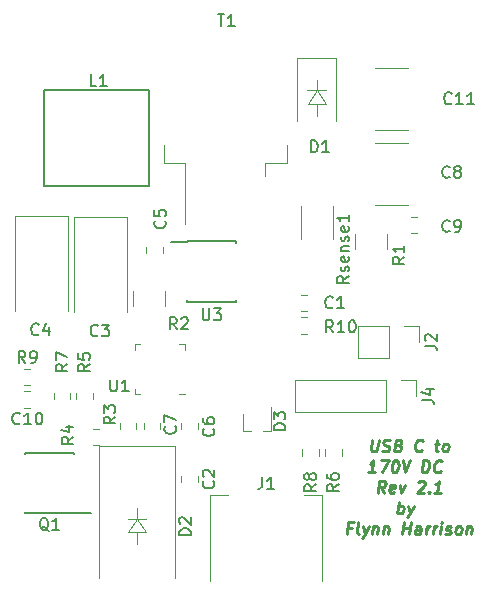
<source format=gto>
G04 #@! TF.GenerationSoftware,KiCad,Pcbnew,(5.0.0)*
G04 #@! TF.CreationDate,2018-10-04T02:53:50+10:00*
G04 #@! TF.ProjectId,usbPdTo180vdc,7573625064546F3138307664632E6B69,1*
G04 #@! TF.SameCoordinates,Original*
G04 #@! TF.FileFunction,Legend,Top*
G04 #@! TF.FilePolarity,Positive*
%FSLAX46Y46*%
G04 Gerber Fmt 4.6, Leading zero omitted, Abs format (unit mm)*
G04 Created by KiCad (PCBNEW (5.0.0)) date 10/04/18 02:53:50*
%MOMM*%
%LPD*%
G01*
G04 APERTURE LIST*
%ADD10C,0.250000*%
%ADD11C,0.120000*%
%ADD12C,0.100000*%
%ADD13C,0.150000*%
G04 APERTURE END LIST*
D10*
X145649785Y-105045380D02*
X145548594Y-105854904D01*
X145584308Y-105950142D01*
X145625975Y-105997761D01*
X145715261Y-106045380D01*
X145905737Y-106045380D01*
X146006927Y-105997761D01*
X146060499Y-105950142D01*
X146120023Y-105854904D01*
X146221213Y-105045380D01*
X146530737Y-105997761D02*
X146667642Y-106045380D01*
X146905737Y-106045380D01*
X147006927Y-105997761D01*
X147060499Y-105950142D01*
X147120023Y-105854904D01*
X147131927Y-105759666D01*
X147096213Y-105664428D01*
X147054547Y-105616809D01*
X146965261Y-105569190D01*
X146780737Y-105521571D01*
X146691451Y-105473952D01*
X146649785Y-105426333D01*
X146614070Y-105331095D01*
X146625975Y-105235857D01*
X146685499Y-105140619D01*
X146739070Y-105093000D01*
X146840261Y-105045380D01*
X147078356Y-105045380D01*
X147215261Y-105093000D01*
X147923594Y-105521571D02*
X148060499Y-105569190D01*
X148102166Y-105616809D01*
X148137880Y-105712047D01*
X148120023Y-105854904D01*
X148060499Y-105950142D01*
X148006927Y-105997761D01*
X147905737Y-106045380D01*
X147524785Y-106045380D01*
X147649785Y-105045380D01*
X147983118Y-105045380D01*
X148072404Y-105093000D01*
X148114070Y-105140619D01*
X148149785Y-105235857D01*
X148137880Y-105331095D01*
X148078356Y-105426333D01*
X148024785Y-105473952D01*
X147923594Y-105521571D01*
X147590261Y-105521571D01*
X149870023Y-105950142D02*
X149816451Y-105997761D01*
X149667642Y-106045380D01*
X149572404Y-106045380D01*
X149435499Y-105997761D01*
X149352166Y-105902523D01*
X149316451Y-105807285D01*
X149292642Y-105616809D01*
X149310499Y-105473952D01*
X149381927Y-105283476D01*
X149441451Y-105188238D01*
X149548594Y-105093000D01*
X149697404Y-105045380D01*
X149792642Y-105045380D01*
X149929547Y-105093000D01*
X149971213Y-105140619D01*
X150989070Y-105378714D02*
X151370023Y-105378714D01*
X151173594Y-105045380D02*
X151066451Y-105902523D01*
X151102166Y-105997761D01*
X151191451Y-106045380D01*
X151286689Y-106045380D01*
X151762880Y-106045380D02*
X151673594Y-105997761D01*
X151631927Y-105950142D01*
X151596213Y-105854904D01*
X151631927Y-105569190D01*
X151691451Y-105473952D01*
X151745023Y-105426333D01*
X151846213Y-105378714D01*
X151989070Y-105378714D01*
X152078356Y-105426333D01*
X152120023Y-105473952D01*
X152155737Y-105569190D01*
X152120023Y-105854904D01*
X152060499Y-105950142D01*
X152006927Y-105997761D01*
X151905737Y-106045380D01*
X151762880Y-106045380D01*
X145929547Y-107795380D02*
X145358118Y-107795380D01*
X145643832Y-107795380D02*
X145768832Y-106795380D01*
X145655737Y-106938238D01*
X145548594Y-107033476D01*
X145447404Y-107081095D01*
X146387880Y-106795380D02*
X147054547Y-106795380D01*
X146500975Y-107795380D01*
X147625975Y-106795380D02*
X147721213Y-106795380D01*
X147810499Y-106843000D01*
X147852166Y-106890619D01*
X147887880Y-106985857D01*
X147911689Y-107176333D01*
X147881927Y-107414428D01*
X147810499Y-107604904D01*
X147750975Y-107700142D01*
X147697404Y-107747761D01*
X147596213Y-107795380D01*
X147500975Y-107795380D01*
X147411689Y-107747761D01*
X147370023Y-107700142D01*
X147334308Y-107604904D01*
X147310499Y-107414428D01*
X147340261Y-107176333D01*
X147411689Y-106985857D01*
X147471213Y-106890619D01*
X147524785Y-106843000D01*
X147625975Y-106795380D01*
X148245023Y-106795380D02*
X148453356Y-107795380D01*
X148911689Y-106795380D01*
X149881927Y-107795380D02*
X150006927Y-106795380D01*
X150245023Y-106795380D01*
X150381927Y-106843000D01*
X150465261Y-106938238D01*
X150500975Y-107033476D01*
X150524785Y-107223952D01*
X150506927Y-107366809D01*
X150435499Y-107557285D01*
X150375975Y-107652523D01*
X150268832Y-107747761D01*
X150120023Y-107795380D01*
X149881927Y-107795380D01*
X151465261Y-107700142D02*
X151411689Y-107747761D01*
X151262880Y-107795380D01*
X151167642Y-107795380D01*
X151030737Y-107747761D01*
X150947404Y-107652523D01*
X150911689Y-107557285D01*
X150887880Y-107366809D01*
X150905737Y-107223952D01*
X150977166Y-107033476D01*
X151036689Y-106938238D01*
X151143832Y-106843000D01*
X151292642Y-106795380D01*
X151387880Y-106795380D01*
X151524785Y-106843000D01*
X151566451Y-106890619D01*
X146715261Y-109545380D02*
X146441451Y-109069190D01*
X146143832Y-109545380D02*
X146268832Y-108545380D01*
X146649785Y-108545380D01*
X146739070Y-108593000D01*
X146780737Y-108640619D01*
X146816451Y-108735857D01*
X146798594Y-108878714D01*
X146739070Y-108973952D01*
X146685499Y-109021571D01*
X146584308Y-109069190D01*
X146203356Y-109069190D01*
X147530737Y-109497761D02*
X147429547Y-109545380D01*
X147239070Y-109545380D01*
X147149785Y-109497761D01*
X147114070Y-109402523D01*
X147161689Y-109021571D01*
X147221213Y-108926333D01*
X147322404Y-108878714D01*
X147512880Y-108878714D01*
X147602166Y-108926333D01*
X147637880Y-109021571D01*
X147625975Y-109116809D01*
X147137880Y-109212047D01*
X147989070Y-108878714D02*
X148143832Y-109545380D01*
X148465261Y-108878714D01*
X149590261Y-108640619D02*
X149643832Y-108593000D01*
X149745023Y-108545380D01*
X149983118Y-108545380D01*
X150072404Y-108593000D01*
X150114070Y-108640619D01*
X150149785Y-108735857D01*
X150137880Y-108831095D01*
X150072404Y-108973952D01*
X149429547Y-109545380D01*
X150048594Y-109545380D01*
X150489070Y-109450142D02*
X150530737Y-109497761D01*
X150477166Y-109545380D01*
X150435499Y-109497761D01*
X150489070Y-109450142D01*
X150477166Y-109545380D01*
X151477166Y-109545380D02*
X150905737Y-109545380D01*
X151191451Y-109545380D02*
X151316451Y-108545380D01*
X151203356Y-108688238D01*
X151096213Y-108783476D01*
X150995023Y-108831095D01*
X147810499Y-111295380D02*
X147935499Y-110295380D01*
X147887880Y-110676333D02*
X147989070Y-110628714D01*
X148179547Y-110628714D01*
X148268832Y-110676333D01*
X148310499Y-110723952D01*
X148346213Y-110819190D01*
X148310499Y-111104904D01*
X148250975Y-111200142D01*
X148197404Y-111247761D01*
X148096213Y-111295380D01*
X147905737Y-111295380D01*
X147816451Y-111247761D01*
X148703356Y-110628714D02*
X148858118Y-111295380D01*
X149179547Y-110628714D02*
X148858118Y-111295380D01*
X148733118Y-111533476D01*
X148679547Y-111581095D01*
X148578356Y-111628714D01*
X143923594Y-112521571D02*
X143590261Y-112521571D01*
X143524785Y-113045380D02*
X143649785Y-112045380D01*
X144125975Y-112045380D01*
X144524785Y-113045380D02*
X144435499Y-112997761D01*
X144399785Y-112902523D01*
X144506927Y-112045380D01*
X144893832Y-112378714D02*
X145048594Y-113045380D01*
X145370023Y-112378714D02*
X145048594Y-113045380D01*
X144923594Y-113283476D01*
X144870023Y-113331095D01*
X144768832Y-113378714D01*
X145750975Y-112378714D02*
X145667642Y-113045380D01*
X145739070Y-112473952D02*
X145792642Y-112426333D01*
X145893832Y-112378714D01*
X146036689Y-112378714D01*
X146125975Y-112426333D01*
X146161689Y-112521571D01*
X146096213Y-113045380D01*
X146655737Y-112378714D02*
X146572404Y-113045380D01*
X146643832Y-112473952D02*
X146697404Y-112426333D01*
X146798594Y-112378714D01*
X146941451Y-112378714D01*
X147030737Y-112426333D01*
X147066451Y-112521571D01*
X147000975Y-113045380D01*
X148239070Y-113045380D02*
X148364070Y-112045380D01*
X148304547Y-112521571D02*
X148875975Y-112521571D01*
X148810499Y-113045380D02*
X148935499Y-112045380D01*
X149715261Y-113045380D02*
X149780737Y-112521571D01*
X149745023Y-112426333D01*
X149655737Y-112378714D01*
X149465261Y-112378714D01*
X149364070Y-112426333D01*
X149721213Y-112997761D02*
X149620023Y-113045380D01*
X149381927Y-113045380D01*
X149292642Y-112997761D01*
X149256927Y-112902523D01*
X149268832Y-112807285D01*
X149328356Y-112712047D01*
X149429547Y-112664428D01*
X149667642Y-112664428D01*
X149768832Y-112616809D01*
X150191451Y-113045380D02*
X150274785Y-112378714D01*
X150250975Y-112569190D02*
X150310499Y-112473952D01*
X150364070Y-112426333D01*
X150465261Y-112378714D01*
X150560499Y-112378714D01*
X150810499Y-113045380D02*
X150893832Y-112378714D01*
X150870023Y-112569190D02*
X150929547Y-112473952D01*
X150983118Y-112426333D01*
X151084308Y-112378714D01*
X151179547Y-112378714D01*
X151429547Y-113045380D02*
X151512880Y-112378714D01*
X151554547Y-112045380D02*
X151500975Y-112093000D01*
X151542642Y-112140619D01*
X151596213Y-112093000D01*
X151554547Y-112045380D01*
X151542642Y-112140619D01*
X151864070Y-112997761D02*
X151953356Y-113045380D01*
X152143832Y-113045380D01*
X152245023Y-112997761D01*
X152304547Y-112902523D01*
X152310499Y-112854904D01*
X152274785Y-112759666D01*
X152185499Y-112712047D01*
X152042642Y-112712047D01*
X151953356Y-112664428D01*
X151917642Y-112569190D01*
X151923594Y-112521571D01*
X151983118Y-112426333D01*
X152084308Y-112378714D01*
X152227166Y-112378714D01*
X152316451Y-112426333D01*
X152858118Y-113045380D02*
X152768832Y-112997761D01*
X152727166Y-112950142D01*
X152691451Y-112854904D01*
X152727166Y-112569190D01*
X152786689Y-112473952D01*
X152840261Y-112426333D01*
X152941451Y-112378714D01*
X153084308Y-112378714D01*
X153173594Y-112426333D01*
X153215261Y-112473952D01*
X153250975Y-112569190D01*
X153215261Y-112854904D01*
X153155737Y-112950142D01*
X153102166Y-112997761D01*
X153000975Y-113045380D01*
X152858118Y-113045380D01*
X153703356Y-112378714D02*
X153620023Y-113045380D01*
X153691451Y-112473952D02*
X153745023Y-112426333D01*
X153846213Y-112378714D01*
X153989070Y-112378714D01*
X154078356Y-112426333D01*
X154114070Y-112521571D01*
X154048594Y-113045380D01*
D11*
G04 #@! TO.C,D1*
X142620000Y-72705000D02*
X142620000Y-78105000D01*
X139320000Y-72705000D02*
X139320000Y-78105000D01*
D12*
X140968980Y-75455560D02*
X141769080Y-76606180D01*
X140968980Y-75455560D02*
X140219680Y-76606180D01*
X140219680Y-76606180D02*
X141769080Y-76606180D01*
X141769080Y-75455560D02*
X140168880Y-75455560D01*
X140968980Y-76606180D02*
X140968980Y-77604400D01*
X140968980Y-75455560D02*
X140968980Y-74553860D01*
D11*
X142620000Y-72705000D02*
X139320000Y-72705000D01*
G04 #@! TO.C,D2*
X122512091Y-105599573D02*
X129012091Y-105599573D01*
D12*
X125761071Y-111750133D02*
X125761071Y-110848433D01*
X125761071Y-112900753D02*
X125761071Y-113898973D01*
X126561171Y-111750133D02*
X124960971Y-111750133D01*
X125011771Y-112900753D02*
X126561171Y-112900753D01*
X125761071Y-111750133D02*
X125011771Y-112900753D01*
X125761071Y-111750133D02*
X126561171Y-112900753D01*
D11*
X122512091Y-105599573D02*
X122512091Y-116799573D01*
X129012091Y-105599573D02*
X129012091Y-116799573D01*
G04 #@! TO.C,J1*
X131942091Y-109759573D02*
X133442091Y-109759573D01*
X131942091Y-109759573D02*
X131942091Y-117019573D01*
X141442091Y-109759573D02*
X141442091Y-117019573D01*
X139942091Y-109759573D02*
X141442091Y-109759573D01*
G04 #@! TO.C,C1*
X139646922Y-92762000D02*
X140164078Y-92762000D01*
X139646922Y-94182000D02*
X140164078Y-94182000D01*
G04 #@! TO.C,C2*
X129497091Y-108128321D02*
X129497091Y-108650825D01*
X130917091Y-108128321D02*
X130917091Y-108650825D01*
G04 #@! TO.C,C3*
X120422000Y-86203500D02*
X120422000Y-94263500D01*
X124942000Y-86203500D02*
X120422000Y-86203500D01*
X124942000Y-94263500D02*
X124942000Y-86203500D01*
G04 #@! TO.C,C4*
X119924107Y-94162515D02*
X119924107Y-86102515D01*
X119924107Y-86102515D02*
X115404107Y-86102515D01*
X115404107Y-86102515D02*
X115404107Y-94162515D01*
G04 #@! TO.C,C5*
X127964000Y-89237078D02*
X127964000Y-88719922D01*
X126544000Y-89237078D02*
X126544000Y-88719922D01*
G04 #@! TO.C,C6*
X130917091Y-103598495D02*
X130917091Y-104115651D01*
X129497091Y-103598495D02*
X129497091Y-104115651D01*
G04 #@! TO.C,C7*
X126322091Y-103598495D02*
X126322091Y-104115651D01*
X127742091Y-103598495D02*
X127742091Y-104115651D01*
G04 #@! TO.C,C8*
X145914252Y-79940000D02*
X148745748Y-79940000D01*
X145914252Y-85160000D02*
X148745748Y-85160000D01*
G04 #@! TO.C,C9*
X148966422Y-87578000D02*
X149483578Y-87578000D01*
X148966422Y-86158000D02*
X149483578Y-86158000D01*
G04 #@! TO.C,C10*
X116738169Y-100939573D02*
X116221013Y-100939573D01*
X116738169Y-102359573D02*
X116221013Y-102359573D01*
G04 #@! TO.C,C11*
X145914252Y-78810000D02*
X148745748Y-78810000D01*
X145914252Y-73590000D02*
X148745748Y-73590000D01*
G04 #@! TO.C,D3*
X134762091Y-102874573D02*
X134762091Y-104284573D01*
X137082091Y-104284573D02*
X137082091Y-102254573D01*
X137082091Y-104284573D02*
X136422091Y-104284573D01*
X135422091Y-104284573D02*
X134762091Y-104284573D01*
D13*
G04 #@! TO.C,L1*
X117918107Y-83590015D02*
X117918107Y-75716015D01*
X117918107Y-75462015D02*
X117918107Y-75716015D01*
X117918107Y-75716015D02*
X117918107Y-75462015D01*
X117918107Y-75462015D02*
X126808107Y-75462015D01*
X126808107Y-75462015D02*
X126808107Y-83590015D01*
X126808107Y-83590015D02*
X117918107Y-83590015D01*
X117918107Y-83590015D02*
X126808107Y-83590015D01*
X126808107Y-83590015D02*
X126554107Y-83590015D01*
D11*
G04 #@! TO.C,R1*
X146902000Y-87659936D02*
X146902000Y-88864064D01*
X144182000Y-87659936D02*
X144182000Y-88864064D01*
G04 #@! TO.C,R2*
X125386000Y-92485936D02*
X125386000Y-93690064D01*
X128106000Y-92485936D02*
X128106000Y-93690064D01*
G04 #@! TO.C,R3*
X124290091Y-104115651D02*
X124290091Y-103598495D01*
X125710091Y-104115651D02*
X125710091Y-103598495D01*
G04 #@! TO.C,R4*
X122513169Y-105534573D02*
X121996013Y-105534573D01*
X122513169Y-104114573D02*
X121996013Y-104114573D01*
G04 #@! TO.C,R5*
X122027091Y-101605651D02*
X122027091Y-101088495D01*
X120607091Y-101605651D02*
X120607091Y-101088495D01*
G04 #@! TO.C,R6*
X143093259Y-106387545D02*
X143093259Y-105870389D01*
X141673259Y-106387545D02*
X141673259Y-105870389D01*
G04 #@! TO.C,R7*
X118702091Y-101605651D02*
X118702091Y-101088495D01*
X120122091Y-101605651D02*
X120122091Y-101088495D01*
G04 #@! TO.C,R8*
X141188259Y-106387545D02*
X141188259Y-105870389D01*
X139768259Y-106387545D02*
X139768259Y-105870389D01*
G04 #@! TO.C,R9*
X116221013Y-100454573D02*
X116738169Y-100454573D01*
X116221013Y-99034573D02*
X116738169Y-99034573D01*
G04 #@! TO.C,Rsense1*
X142330000Y-85247936D02*
X142330000Y-88052064D01*
X139610000Y-85247936D02*
X139610000Y-88052064D01*
G04 #@! TO.C,T1*
X128041839Y-80128600D02*
X128041839Y-81628600D01*
X128041839Y-81628600D02*
X129851839Y-81628600D01*
X129851839Y-81628600D02*
X129851839Y-86753600D01*
X138441839Y-80128600D02*
X138441839Y-81628600D01*
X138441839Y-81628600D02*
X136631839Y-81628600D01*
X136631839Y-81628600D02*
X136631839Y-82728600D01*
G04 #@! TO.C,U1*
X129317091Y-101204573D02*
X129792091Y-101204573D01*
X125572091Y-96984573D02*
X125572091Y-97459573D01*
X126047091Y-96984573D02*
X125572091Y-96984573D01*
X129792091Y-96984573D02*
X129792091Y-97459573D01*
X129317091Y-96984573D02*
X129792091Y-96984573D01*
X125572091Y-101204573D02*
X125572091Y-100729573D01*
X126047091Y-101204573D02*
X125572091Y-101204573D01*
G04 #@! TO.C,R10*
X139646922Y-94667000D02*
X140164078Y-94667000D01*
X139646922Y-96087000D02*
X140164078Y-96087000D01*
G04 #@! TO.C,J4*
X139132000Y-100016000D02*
X139132000Y-102676000D01*
X146812000Y-100016000D02*
X139132000Y-100016000D01*
X146812000Y-102676000D02*
X139132000Y-102676000D01*
X146812000Y-100016000D02*
X146812000Y-102676000D01*
X148082000Y-100016000D02*
X149412000Y-100016000D01*
X149412000Y-100016000D02*
X149412000Y-101346000D01*
G04 #@! TO.C,J2*
X144466000Y-95444000D02*
X144466000Y-98104000D01*
X147066000Y-95444000D02*
X144466000Y-95444000D01*
X147066000Y-98104000D02*
X144466000Y-98104000D01*
X147066000Y-95444000D02*
X147066000Y-98104000D01*
X148336000Y-95444000D02*
X149666000Y-95444000D01*
X149666000Y-95444000D02*
X149666000Y-96774000D01*
D13*
G04 #@! TO.C,Q1*
X120439000Y-111237000D02*
X121839000Y-111237000D01*
X120439000Y-106137000D02*
X116289000Y-106137000D01*
X120439000Y-111287000D02*
X116289000Y-111287000D01*
X120439000Y-106137000D02*
X120439000Y-106282000D01*
X116289000Y-106137000D02*
X116289000Y-106282000D01*
X116289000Y-111287000D02*
X116289000Y-111142000D01*
X120439000Y-111287000D02*
X120439000Y-111237000D01*
G04 #@! TO.C,U3*
X130005000Y-88230000D02*
X130005000Y-88280000D01*
X134155000Y-88230000D02*
X134155000Y-88375000D01*
X134155000Y-93380000D02*
X134155000Y-93235000D01*
X130005000Y-93380000D02*
X130005000Y-93235000D01*
X130005000Y-88230000D02*
X134155000Y-88230000D01*
X130005000Y-93380000D02*
X134155000Y-93380000D01*
X130005000Y-88280000D02*
X128605000Y-88280000D01*
G04 #@! TO.C,D1*
X140485904Y-80716380D02*
X140485904Y-79716380D01*
X140724000Y-79716380D01*
X140866857Y-79764000D01*
X140962095Y-79859238D01*
X141009714Y-79954476D01*
X141057333Y-80144952D01*
X141057333Y-80287809D01*
X141009714Y-80478285D01*
X140962095Y-80573523D01*
X140866857Y-80668761D01*
X140724000Y-80716380D01*
X140485904Y-80716380D01*
X142009714Y-80716380D02*
X141438285Y-80716380D01*
X141724000Y-80716380D02*
X141724000Y-79716380D01*
X141628761Y-79859238D01*
X141533523Y-79954476D01*
X141438285Y-80002095D01*
G04 #@! TO.C,D2*
X130314471Y-113137668D02*
X129314471Y-113137668D01*
X129314471Y-112899573D01*
X129362091Y-112756715D01*
X129457329Y-112661477D01*
X129552567Y-112613858D01*
X129743043Y-112566239D01*
X129885900Y-112566239D01*
X130076376Y-112613858D01*
X130171614Y-112661477D01*
X130266852Y-112756715D01*
X130314471Y-112899573D01*
X130314471Y-113137668D01*
X129409710Y-112185287D02*
X129362091Y-112137668D01*
X129314471Y-112042430D01*
X129314471Y-111804334D01*
X129362091Y-111709096D01*
X129409710Y-111661477D01*
X129504948Y-111613858D01*
X129600186Y-111613858D01*
X129743043Y-111661477D01*
X130314471Y-112232906D01*
X130314471Y-111613858D01*
G04 #@! TO.C,J1*
X136358757Y-108221953D02*
X136358757Y-108936239D01*
X136311138Y-109079096D01*
X136215900Y-109174334D01*
X136073043Y-109221953D01*
X135977805Y-109221953D01*
X137358757Y-109221953D02*
X136787329Y-109221953D01*
X137073043Y-109221953D02*
X137073043Y-108221953D01*
X136977805Y-108364811D01*
X136882567Y-108460049D01*
X136787329Y-108507668D01*
G04 #@! TO.C,C1*
X142327333Y-93829142D02*
X142279714Y-93876761D01*
X142136857Y-93924380D01*
X142041619Y-93924380D01*
X141898761Y-93876761D01*
X141803523Y-93781523D01*
X141755904Y-93686285D01*
X141708285Y-93495809D01*
X141708285Y-93352952D01*
X141755904Y-93162476D01*
X141803523Y-93067238D01*
X141898761Y-92972000D01*
X142041619Y-92924380D01*
X142136857Y-92924380D01*
X142279714Y-92972000D01*
X142327333Y-93019619D01*
X143279714Y-93924380D02*
X142708285Y-93924380D01*
X142994000Y-93924380D02*
X142994000Y-92924380D01*
X142898761Y-93067238D01*
X142803523Y-93162476D01*
X142708285Y-93210095D01*
G04 #@! TO.C,C2*
X132214233Y-108556239D02*
X132261852Y-108603858D01*
X132309471Y-108746715D01*
X132309471Y-108841953D01*
X132261852Y-108984811D01*
X132166614Y-109080049D01*
X132071376Y-109127668D01*
X131880900Y-109175287D01*
X131738043Y-109175287D01*
X131547567Y-109127668D01*
X131452329Y-109080049D01*
X131357091Y-108984811D01*
X131309471Y-108841953D01*
X131309471Y-108746715D01*
X131357091Y-108603858D01*
X131404710Y-108556239D01*
X131404710Y-108175287D02*
X131357091Y-108127668D01*
X131309471Y-108032430D01*
X131309471Y-107794334D01*
X131357091Y-107699096D01*
X131404710Y-107651477D01*
X131499948Y-107603858D01*
X131595186Y-107603858D01*
X131738043Y-107651477D01*
X132309471Y-108222906D01*
X132309471Y-107603858D01*
G04 #@! TO.C,C3*
X122453226Y-96216127D02*
X122405607Y-96263746D01*
X122262750Y-96311365D01*
X122167512Y-96311365D01*
X122024654Y-96263746D01*
X121929416Y-96168508D01*
X121881797Y-96073270D01*
X121834178Y-95882794D01*
X121834178Y-95739937D01*
X121881797Y-95549461D01*
X121929416Y-95454223D01*
X122024654Y-95358985D01*
X122167512Y-95311365D01*
X122262750Y-95311365D01*
X122405607Y-95358985D01*
X122453226Y-95406604D01*
X122786559Y-95311365D02*
X123405607Y-95311365D01*
X123072273Y-95692318D01*
X123215131Y-95692318D01*
X123310369Y-95739937D01*
X123357988Y-95787556D01*
X123405607Y-95882794D01*
X123405607Y-96120889D01*
X123357988Y-96216127D01*
X123310369Y-96263746D01*
X123215131Y-96311365D01*
X122929416Y-96311365D01*
X122834178Y-96263746D01*
X122786559Y-96216127D01*
G04 #@! TO.C,C4*
X117435333Y-96115142D02*
X117387714Y-96162761D01*
X117244857Y-96210380D01*
X117149619Y-96210380D01*
X117006761Y-96162761D01*
X116911523Y-96067523D01*
X116863904Y-95972285D01*
X116816285Y-95781809D01*
X116816285Y-95638952D01*
X116863904Y-95448476D01*
X116911523Y-95353238D01*
X117006761Y-95258000D01*
X117149619Y-95210380D01*
X117244857Y-95210380D01*
X117387714Y-95258000D01*
X117435333Y-95305619D01*
X118292476Y-95543714D02*
X118292476Y-96210380D01*
X118054380Y-95162761D02*
X117816285Y-95877047D01*
X118435333Y-95877047D01*
G04 #@! TO.C,C5*
X128119142Y-86526666D02*
X128166761Y-86574285D01*
X128214380Y-86717142D01*
X128214380Y-86812380D01*
X128166761Y-86955238D01*
X128071523Y-87050476D01*
X127976285Y-87098095D01*
X127785809Y-87145714D01*
X127642952Y-87145714D01*
X127452476Y-87098095D01*
X127357238Y-87050476D01*
X127262000Y-86955238D01*
X127214380Y-86812380D01*
X127214380Y-86717142D01*
X127262000Y-86574285D01*
X127309619Y-86526666D01*
X127214380Y-85621904D02*
X127214380Y-86098095D01*
X127690571Y-86145714D01*
X127642952Y-86098095D01*
X127595333Y-86002857D01*
X127595333Y-85764761D01*
X127642952Y-85669523D01*
X127690571Y-85621904D01*
X127785809Y-85574285D01*
X128023904Y-85574285D01*
X128119142Y-85621904D01*
X128166761Y-85669523D01*
X128214380Y-85764761D01*
X128214380Y-86002857D01*
X128166761Y-86098095D01*
X128119142Y-86145714D01*
G04 #@! TO.C,C6*
X132219386Y-104106740D02*
X132267005Y-104154359D01*
X132314624Y-104297216D01*
X132314624Y-104392454D01*
X132267005Y-104535312D01*
X132171767Y-104630550D01*
X132076529Y-104678169D01*
X131886053Y-104725788D01*
X131743196Y-104725788D01*
X131552720Y-104678169D01*
X131457482Y-104630550D01*
X131362244Y-104535312D01*
X131314624Y-104392454D01*
X131314624Y-104297216D01*
X131362244Y-104154359D01*
X131409863Y-104106740D01*
X131314624Y-103249597D02*
X131314624Y-103440074D01*
X131362244Y-103535312D01*
X131409863Y-103582931D01*
X131552720Y-103678169D01*
X131743196Y-103725788D01*
X132124148Y-103725788D01*
X132219386Y-103678169D01*
X132267005Y-103630550D01*
X132314624Y-103535312D01*
X132314624Y-103344835D01*
X132267005Y-103249597D01*
X132219386Y-103201978D01*
X132124148Y-103154359D01*
X131886053Y-103154359D01*
X131790815Y-103201978D01*
X131743196Y-103249597D01*
X131695577Y-103344835D01*
X131695577Y-103535312D01*
X131743196Y-103630550D01*
X131790815Y-103678169D01*
X131886053Y-103725788D01*
G04 #@! TO.C,C7*
X128980886Y-103916240D02*
X129028505Y-103963859D01*
X129076124Y-104106716D01*
X129076124Y-104201954D01*
X129028505Y-104344812D01*
X128933267Y-104440050D01*
X128838029Y-104487669D01*
X128647553Y-104535288D01*
X128504696Y-104535288D01*
X128314220Y-104487669D01*
X128218982Y-104440050D01*
X128123744Y-104344812D01*
X128076124Y-104201954D01*
X128076124Y-104106716D01*
X128123744Y-103963859D01*
X128171363Y-103916240D01*
X128076124Y-103582907D02*
X128076124Y-102916240D01*
X129076124Y-103344812D01*
G04 #@! TO.C,C8*
X152233333Y-82780142D02*
X152185714Y-82827761D01*
X152042857Y-82875380D01*
X151947619Y-82875380D01*
X151804761Y-82827761D01*
X151709523Y-82732523D01*
X151661904Y-82637285D01*
X151614285Y-82446809D01*
X151614285Y-82303952D01*
X151661904Y-82113476D01*
X151709523Y-82018238D01*
X151804761Y-81923000D01*
X151947619Y-81875380D01*
X152042857Y-81875380D01*
X152185714Y-81923000D01*
X152233333Y-81970619D01*
X152804761Y-82303952D02*
X152709523Y-82256333D01*
X152661904Y-82208714D01*
X152614285Y-82113476D01*
X152614285Y-82065857D01*
X152661904Y-81970619D01*
X152709523Y-81923000D01*
X152804761Y-81875380D01*
X152995238Y-81875380D01*
X153090476Y-81923000D01*
X153138095Y-81970619D01*
X153185714Y-82065857D01*
X153185714Y-82113476D01*
X153138095Y-82208714D01*
X153090476Y-82256333D01*
X152995238Y-82303952D01*
X152804761Y-82303952D01*
X152709523Y-82351571D01*
X152661904Y-82399190D01*
X152614285Y-82494428D01*
X152614285Y-82684904D01*
X152661904Y-82780142D01*
X152709523Y-82827761D01*
X152804761Y-82875380D01*
X152995238Y-82875380D01*
X153090476Y-82827761D01*
X153138095Y-82780142D01*
X153185714Y-82684904D01*
X153185714Y-82494428D01*
X153138095Y-82399190D01*
X153090476Y-82351571D01*
X152995238Y-82303952D01*
G04 #@! TO.C,C9*
X152233333Y-87352142D02*
X152185714Y-87399761D01*
X152042857Y-87447380D01*
X151947619Y-87447380D01*
X151804761Y-87399761D01*
X151709523Y-87304523D01*
X151661904Y-87209285D01*
X151614285Y-87018809D01*
X151614285Y-86875952D01*
X151661904Y-86685476D01*
X151709523Y-86590238D01*
X151804761Y-86495000D01*
X151947619Y-86447380D01*
X152042857Y-86447380D01*
X152185714Y-86495000D01*
X152233333Y-86542619D01*
X152709523Y-87447380D02*
X152900000Y-87447380D01*
X152995238Y-87399761D01*
X153042857Y-87352142D01*
X153138095Y-87209285D01*
X153185714Y-87018809D01*
X153185714Y-86637857D01*
X153138095Y-86542619D01*
X153090476Y-86495000D01*
X152995238Y-86447380D01*
X152804761Y-86447380D01*
X152709523Y-86495000D01*
X152661904Y-86542619D01*
X152614285Y-86637857D01*
X152614285Y-86875952D01*
X152661904Y-86971190D01*
X152709523Y-87018809D01*
X152804761Y-87066428D01*
X152995238Y-87066428D01*
X153090476Y-87018809D01*
X153138095Y-86971190D01*
X153185714Y-86875952D01*
G04 #@! TO.C,C10*
X115836733Y-103656715D02*
X115789114Y-103704334D01*
X115646257Y-103751953D01*
X115551019Y-103751953D01*
X115408162Y-103704334D01*
X115312924Y-103609096D01*
X115265305Y-103513858D01*
X115217686Y-103323382D01*
X115217686Y-103180525D01*
X115265305Y-102990049D01*
X115312924Y-102894811D01*
X115408162Y-102799573D01*
X115551019Y-102751953D01*
X115646257Y-102751953D01*
X115789114Y-102799573D01*
X115836733Y-102847192D01*
X116789114Y-103751953D02*
X116217686Y-103751953D01*
X116503400Y-103751953D02*
X116503400Y-102751953D01*
X116408162Y-102894811D01*
X116312924Y-102990049D01*
X116217686Y-103037668D01*
X117408162Y-102751953D02*
X117503400Y-102751953D01*
X117598638Y-102799573D01*
X117646257Y-102847192D01*
X117693876Y-102942430D01*
X117741495Y-103132906D01*
X117741495Y-103371001D01*
X117693876Y-103561477D01*
X117646257Y-103656715D01*
X117598638Y-103704334D01*
X117503400Y-103751953D01*
X117408162Y-103751953D01*
X117312924Y-103704334D01*
X117265305Y-103656715D01*
X117217686Y-103561477D01*
X117170067Y-103371001D01*
X117170067Y-103132906D01*
X117217686Y-102942430D01*
X117265305Y-102847192D01*
X117312924Y-102799573D01*
X117408162Y-102751953D01*
G04 #@! TO.C,C11*
X152392142Y-76557142D02*
X152344523Y-76604761D01*
X152201666Y-76652380D01*
X152106428Y-76652380D01*
X151963571Y-76604761D01*
X151868333Y-76509523D01*
X151820714Y-76414285D01*
X151773095Y-76223809D01*
X151773095Y-76080952D01*
X151820714Y-75890476D01*
X151868333Y-75795238D01*
X151963571Y-75700000D01*
X152106428Y-75652380D01*
X152201666Y-75652380D01*
X152344523Y-75700000D01*
X152392142Y-75747619D01*
X153344523Y-76652380D02*
X152773095Y-76652380D01*
X153058809Y-76652380D02*
X153058809Y-75652380D01*
X152963571Y-75795238D01*
X152868333Y-75890476D01*
X152773095Y-75938095D01*
X154296904Y-76652380D02*
X153725476Y-76652380D01*
X154011190Y-76652380D02*
X154011190Y-75652380D01*
X153915952Y-75795238D01*
X153820714Y-75890476D01*
X153725476Y-75938095D01*
G04 #@! TO.C,D3*
X138324471Y-104242668D02*
X137324471Y-104242668D01*
X137324471Y-104004573D01*
X137372091Y-103861715D01*
X137467329Y-103766477D01*
X137562567Y-103718858D01*
X137753043Y-103671239D01*
X137895900Y-103671239D01*
X138086376Y-103718858D01*
X138181614Y-103766477D01*
X138276852Y-103861715D01*
X138324471Y-104004573D01*
X138324471Y-104242668D01*
X137324471Y-103337906D02*
X137324471Y-102718858D01*
X137705424Y-103052192D01*
X137705424Y-102909334D01*
X137753043Y-102814096D01*
X137800662Y-102766477D01*
X137895900Y-102718858D01*
X138133995Y-102718858D01*
X138229233Y-102766477D01*
X138276852Y-102814096D01*
X138324471Y-102909334D01*
X138324471Y-103195049D01*
X138276852Y-103290287D01*
X138229233Y-103337906D01*
G04 #@! TO.C,L1*
X122323440Y-75128380D02*
X121847249Y-75128380D01*
X121847249Y-74128380D01*
X123180583Y-75128380D02*
X122609154Y-75128380D01*
X122894868Y-75128380D02*
X122894868Y-74128380D01*
X122799630Y-74271238D01*
X122704392Y-74366476D01*
X122609154Y-74414095D01*
G04 #@! TO.C,R1*
X148407380Y-89574666D02*
X147931190Y-89908000D01*
X148407380Y-90146095D02*
X147407380Y-90146095D01*
X147407380Y-89765142D01*
X147455000Y-89669904D01*
X147502619Y-89622285D01*
X147597857Y-89574666D01*
X147740714Y-89574666D01*
X147835952Y-89622285D01*
X147883571Y-89669904D01*
X147931190Y-89765142D01*
X147931190Y-90146095D01*
X148407380Y-88622285D02*
X148407380Y-89193714D01*
X148407380Y-88908000D02*
X147407380Y-88908000D01*
X147550238Y-89003238D01*
X147645476Y-89098476D01*
X147693095Y-89193714D01*
G04 #@! TO.C,R2*
X129119333Y-95702380D02*
X128786000Y-95226190D01*
X128547904Y-95702380D02*
X128547904Y-94702380D01*
X128928857Y-94702380D01*
X129024095Y-94750000D01*
X129071714Y-94797619D01*
X129119333Y-94892857D01*
X129119333Y-95035714D01*
X129071714Y-95130952D01*
X129024095Y-95178571D01*
X128928857Y-95226190D01*
X128547904Y-95226190D01*
X129500285Y-94797619D02*
X129547904Y-94750000D01*
X129643142Y-94702380D01*
X129881238Y-94702380D01*
X129976476Y-94750000D01*
X130024095Y-94797619D01*
X130071714Y-94892857D01*
X130071714Y-94988095D01*
X130024095Y-95130952D01*
X129452666Y-95702380D01*
X130071714Y-95702380D01*
G04 #@! TO.C,R3*
X123932624Y-103090740D02*
X123456434Y-103424074D01*
X123932624Y-103662169D02*
X122932624Y-103662169D01*
X122932624Y-103281216D01*
X122980244Y-103185978D01*
X123027863Y-103138359D01*
X123123101Y-103090740D01*
X123265958Y-103090740D01*
X123361196Y-103138359D01*
X123408815Y-103185978D01*
X123456434Y-103281216D01*
X123456434Y-103662169D01*
X122932624Y-102757407D02*
X122932624Y-102138359D01*
X123313577Y-102471693D01*
X123313577Y-102328835D01*
X123361196Y-102233597D01*
X123408815Y-102185978D01*
X123504053Y-102138359D01*
X123742148Y-102138359D01*
X123837386Y-102185978D01*
X123885005Y-102233597D01*
X123932624Y-102328835D01*
X123932624Y-102614550D01*
X123885005Y-102709788D01*
X123837386Y-102757407D01*
G04 #@! TO.C,R4*
X120376624Y-104805240D02*
X119900434Y-105138574D01*
X120376624Y-105376669D02*
X119376624Y-105376669D01*
X119376624Y-104995716D01*
X119424244Y-104900478D01*
X119471863Y-104852859D01*
X119567101Y-104805240D01*
X119709958Y-104805240D01*
X119805196Y-104852859D01*
X119852815Y-104900478D01*
X119900434Y-104995716D01*
X119900434Y-105376669D01*
X119709958Y-103948097D02*
X120376624Y-103948097D01*
X119329005Y-104186193D02*
X120043291Y-104424288D01*
X120043291Y-103805240D01*
G04 #@! TO.C,R5*
X121769471Y-98641239D02*
X121293281Y-98974573D01*
X121769471Y-99212668D02*
X120769471Y-99212668D01*
X120769471Y-98831715D01*
X120817091Y-98736477D01*
X120864710Y-98688858D01*
X120959948Y-98641239D01*
X121102805Y-98641239D01*
X121198043Y-98688858D01*
X121245662Y-98736477D01*
X121293281Y-98831715D01*
X121293281Y-99212668D01*
X120769471Y-97736477D02*
X120769471Y-98212668D01*
X121245662Y-98260287D01*
X121198043Y-98212668D01*
X121150424Y-98117430D01*
X121150424Y-97879334D01*
X121198043Y-97784096D01*
X121245662Y-97736477D01*
X121340900Y-97688858D01*
X121578995Y-97688858D01*
X121674233Y-97736477D01*
X121721852Y-97784096D01*
X121769471Y-97879334D01*
X121769471Y-98117430D01*
X121721852Y-98212668D01*
X121674233Y-98260287D01*
G04 #@! TO.C,R6*
X142835639Y-108835633D02*
X142359449Y-109168967D01*
X142835639Y-109407062D02*
X141835639Y-109407062D01*
X141835639Y-109026109D01*
X141883259Y-108930871D01*
X141930878Y-108883252D01*
X142026116Y-108835633D01*
X142168973Y-108835633D01*
X142264211Y-108883252D01*
X142311830Y-108930871D01*
X142359449Y-109026109D01*
X142359449Y-109407062D01*
X141835639Y-107978490D02*
X141835639Y-108168967D01*
X141883259Y-108264205D01*
X141930878Y-108311824D01*
X142073735Y-108407062D01*
X142264211Y-108454681D01*
X142645163Y-108454681D01*
X142740401Y-108407062D01*
X142788020Y-108359443D01*
X142835639Y-108264205D01*
X142835639Y-108073728D01*
X142788020Y-107978490D01*
X142740401Y-107930871D01*
X142645163Y-107883252D01*
X142407068Y-107883252D01*
X142311830Y-107930871D01*
X142264211Y-107978490D01*
X142216592Y-108073728D01*
X142216592Y-108264205D01*
X142264211Y-108359443D01*
X142311830Y-108407062D01*
X142407068Y-108454681D01*
G04 #@! TO.C,R7*
X119864471Y-98641239D02*
X119388281Y-98974573D01*
X119864471Y-99212668D02*
X118864471Y-99212668D01*
X118864471Y-98831715D01*
X118912091Y-98736477D01*
X118959710Y-98688858D01*
X119054948Y-98641239D01*
X119197805Y-98641239D01*
X119293043Y-98688858D01*
X119340662Y-98736477D01*
X119388281Y-98831715D01*
X119388281Y-99212668D01*
X118864471Y-98307906D02*
X118864471Y-97641239D01*
X119864471Y-98069811D01*
G04 #@! TO.C,R8*
X140930639Y-108835633D02*
X140454449Y-109168967D01*
X140930639Y-109407062D02*
X139930639Y-109407062D01*
X139930639Y-109026109D01*
X139978259Y-108930871D01*
X140025878Y-108883252D01*
X140121116Y-108835633D01*
X140263973Y-108835633D01*
X140359211Y-108883252D01*
X140406830Y-108930871D01*
X140454449Y-109026109D01*
X140454449Y-109407062D01*
X140359211Y-108264205D02*
X140311592Y-108359443D01*
X140263973Y-108407062D01*
X140168735Y-108454681D01*
X140121116Y-108454681D01*
X140025878Y-108407062D01*
X139978259Y-108359443D01*
X139930639Y-108264205D01*
X139930639Y-108073728D01*
X139978259Y-107978490D01*
X140025878Y-107930871D01*
X140121116Y-107883252D01*
X140168735Y-107883252D01*
X140263973Y-107930871D01*
X140311592Y-107978490D01*
X140359211Y-108073728D01*
X140359211Y-108264205D01*
X140406830Y-108359443D01*
X140454449Y-108407062D01*
X140549687Y-108454681D01*
X140740163Y-108454681D01*
X140835401Y-108407062D01*
X140883020Y-108359443D01*
X140930639Y-108264205D01*
X140930639Y-108073728D01*
X140883020Y-107978490D01*
X140835401Y-107930871D01*
X140740163Y-107883252D01*
X140549687Y-107883252D01*
X140454449Y-107930871D01*
X140406830Y-107978490D01*
X140359211Y-108073728D01*
G04 #@! TO.C,R9*
X116312924Y-98546953D02*
X115979591Y-98070763D01*
X115741495Y-98546953D02*
X115741495Y-97546953D01*
X116122448Y-97546953D01*
X116217686Y-97594573D01*
X116265305Y-97642192D01*
X116312924Y-97737430D01*
X116312924Y-97880287D01*
X116265305Y-97975525D01*
X116217686Y-98023144D01*
X116122448Y-98070763D01*
X115741495Y-98070763D01*
X116789114Y-98546953D02*
X116979591Y-98546953D01*
X117074829Y-98499334D01*
X117122448Y-98451715D01*
X117217686Y-98308858D01*
X117265305Y-98118382D01*
X117265305Y-97737430D01*
X117217686Y-97642192D01*
X117170067Y-97594573D01*
X117074829Y-97546953D01*
X116884352Y-97546953D01*
X116789114Y-97594573D01*
X116741495Y-97642192D01*
X116693876Y-97737430D01*
X116693876Y-97975525D01*
X116741495Y-98070763D01*
X116789114Y-98118382D01*
X116884352Y-98166001D01*
X117074829Y-98166001D01*
X117170067Y-98118382D01*
X117217686Y-98070763D01*
X117265305Y-97975525D01*
G04 #@! TO.C,Rsense1*
X143702380Y-91185714D02*
X143226190Y-91519047D01*
X143702380Y-91757142D02*
X142702380Y-91757142D01*
X142702380Y-91376190D01*
X142750000Y-91280952D01*
X142797619Y-91233333D01*
X142892857Y-91185714D01*
X143035714Y-91185714D01*
X143130952Y-91233333D01*
X143178571Y-91280952D01*
X143226190Y-91376190D01*
X143226190Y-91757142D01*
X143654761Y-90804761D02*
X143702380Y-90709523D01*
X143702380Y-90519047D01*
X143654761Y-90423809D01*
X143559523Y-90376190D01*
X143511904Y-90376190D01*
X143416666Y-90423809D01*
X143369047Y-90519047D01*
X143369047Y-90661904D01*
X143321428Y-90757142D01*
X143226190Y-90804761D01*
X143178571Y-90804761D01*
X143083333Y-90757142D01*
X143035714Y-90661904D01*
X143035714Y-90519047D01*
X143083333Y-90423809D01*
X143654761Y-89566666D02*
X143702380Y-89661904D01*
X143702380Y-89852380D01*
X143654761Y-89947619D01*
X143559523Y-89995238D01*
X143178571Y-89995238D01*
X143083333Y-89947619D01*
X143035714Y-89852380D01*
X143035714Y-89661904D01*
X143083333Y-89566666D01*
X143178571Y-89519047D01*
X143273809Y-89519047D01*
X143369047Y-89995238D01*
X143035714Y-89090476D02*
X143702380Y-89090476D01*
X143130952Y-89090476D02*
X143083333Y-89042857D01*
X143035714Y-88947619D01*
X143035714Y-88804761D01*
X143083333Y-88709523D01*
X143178571Y-88661904D01*
X143702380Y-88661904D01*
X143654761Y-88233333D02*
X143702380Y-88138095D01*
X143702380Y-87947619D01*
X143654761Y-87852380D01*
X143559523Y-87804761D01*
X143511904Y-87804761D01*
X143416666Y-87852380D01*
X143369047Y-87947619D01*
X143369047Y-88090476D01*
X143321428Y-88185714D01*
X143226190Y-88233333D01*
X143178571Y-88233333D01*
X143083333Y-88185714D01*
X143035714Y-88090476D01*
X143035714Y-87947619D01*
X143083333Y-87852380D01*
X143654761Y-86995238D02*
X143702380Y-87090476D01*
X143702380Y-87280952D01*
X143654761Y-87376190D01*
X143559523Y-87423809D01*
X143178571Y-87423809D01*
X143083333Y-87376190D01*
X143035714Y-87280952D01*
X143035714Y-87090476D01*
X143083333Y-86995238D01*
X143178571Y-86947619D01*
X143273809Y-86947619D01*
X143369047Y-87423809D01*
X143702380Y-85995238D02*
X143702380Y-86566666D01*
X143702380Y-86280952D02*
X142702380Y-86280952D01*
X142845238Y-86376190D01*
X142940476Y-86471428D01*
X142988095Y-86566666D01*
G04 #@! TO.C,T1*
X132588095Y-69048380D02*
X133159523Y-69048380D01*
X132873809Y-70048380D02*
X132873809Y-69048380D01*
X134016666Y-70048380D02*
X133445238Y-70048380D01*
X133730952Y-70048380D02*
X133730952Y-69048380D01*
X133635714Y-69191238D01*
X133540476Y-69286476D01*
X133445238Y-69334095D01*
G04 #@! TO.C,U1*
X123480339Y-99963454D02*
X123480339Y-100772978D01*
X123527958Y-100868216D01*
X123575577Y-100915835D01*
X123670815Y-100963454D01*
X123861291Y-100963454D01*
X123956529Y-100915835D01*
X124004148Y-100868216D01*
X124051767Y-100772978D01*
X124051767Y-99963454D01*
X125051767Y-100963454D02*
X124480339Y-100963454D01*
X124766053Y-100963454D02*
X124766053Y-99963454D01*
X124670815Y-100106312D01*
X124575577Y-100201550D01*
X124480339Y-100249169D01*
G04 #@! TO.C,R10*
X142359142Y-95956380D02*
X142025809Y-95480190D01*
X141787714Y-95956380D02*
X141787714Y-94956380D01*
X142168666Y-94956380D01*
X142263904Y-95004000D01*
X142311523Y-95051619D01*
X142359142Y-95146857D01*
X142359142Y-95289714D01*
X142311523Y-95384952D01*
X142263904Y-95432571D01*
X142168666Y-95480190D01*
X141787714Y-95480190D01*
X143311523Y-95956380D02*
X142740095Y-95956380D01*
X143025809Y-95956380D02*
X143025809Y-94956380D01*
X142930571Y-95099238D01*
X142835333Y-95194476D01*
X142740095Y-95242095D01*
X143930571Y-94956380D02*
X144025809Y-94956380D01*
X144121047Y-95004000D01*
X144168666Y-95051619D01*
X144216285Y-95146857D01*
X144263904Y-95337333D01*
X144263904Y-95575428D01*
X144216285Y-95765904D01*
X144168666Y-95861142D01*
X144121047Y-95908761D01*
X144025809Y-95956380D01*
X143930571Y-95956380D01*
X143835333Y-95908761D01*
X143787714Y-95861142D01*
X143740095Y-95765904D01*
X143692476Y-95575428D01*
X143692476Y-95337333D01*
X143740095Y-95146857D01*
X143787714Y-95051619D01*
X143835333Y-95004000D01*
X143930571Y-94956380D01*
G04 #@! TO.C,J4*
X149864380Y-101679333D02*
X150578666Y-101679333D01*
X150721523Y-101726952D01*
X150816761Y-101822190D01*
X150864380Y-101965047D01*
X150864380Y-102060285D01*
X150197714Y-100774571D02*
X150864380Y-100774571D01*
X149816761Y-101012666D02*
X150531047Y-101250761D01*
X150531047Y-100631714D01*
G04 #@! TO.C,J2*
X150118380Y-97107333D02*
X150832666Y-97107333D01*
X150975523Y-97154952D01*
X151070761Y-97250190D01*
X151118380Y-97393047D01*
X151118380Y-97488285D01*
X150213619Y-96678761D02*
X150166000Y-96631142D01*
X150118380Y-96535904D01*
X150118380Y-96297809D01*
X150166000Y-96202571D01*
X150213619Y-96154952D01*
X150308857Y-96107333D01*
X150404095Y-96107333D01*
X150546952Y-96154952D01*
X151118380Y-96726380D01*
X151118380Y-96107333D01*
G04 #@! TO.C,Q1*
X118268761Y-112759619D02*
X118173523Y-112712000D01*
X118078285Y-112616761D01*
X117935428Y-112473904D01*
X117840190Y-112426285D01*
X117744952Y-112426285D01*
X117792571Y-112664380D02*
X117697333Y-112616761D01*
X117602095Y-112521523D01*
X117554476Y-112331047D01*
X117554476Y-111997714D01*
X117602095Y-111807238D01*
X117697333Y-111712000D01*
X117792571Y-111664380D01*
X117983047Y-111664380D01*
X118078285Y-111712000D01*
X118173523Y-111807238D01*
X118221142Y-111997714D01*
X118221142Y-112331047D01*
X118173523Y-112521523D01*
X118078285Y-112616761D01*
X117983047Y-112664380D01*
X117792571Y-112664380D01*
X119173523Y-112664380D02*
X118602095Y-112664380D01*
X118887809Y-112664380D02*
X118887809Y-111664380D01*
X118792571Y-111807238D01*
X118697333Y-111902476D01*
X118602095Y-111950095D01*
G04 #@! TO.C,U3*
X131318095Y-93940380D02*
X131318095Y-94749904D01*
X131365714Y-94845142D01*
X131413333Y-94892761D01*
X131508571Y-94940380D01*
X131699047Y-94940380D01*
X131794285Y-94892761D01*
X131841904Y-94845142D01*
X131889523Y-94749904D01*
X131889523Y-93940380D01*
X132270476Y-93940380D02*
X132889523Y-93940380D01*
X132556190Y-94321333D01*
X132699047Y-94321333D01*
X132794285Y-94368952D01*
X132841904Y-94416571D01*
X132889523Y-94511809D01*
X132889523Y-94749904D01*
X132841904Y-94845142D01*
X132794285Y-94892761D01*
X132699047Y-94940380D01*
X132413333Y-94940380D01*
X132318095Y-94892761D01*
X132270476Y-94845142D01*
G04 #@! TD*
M02*

</source>
